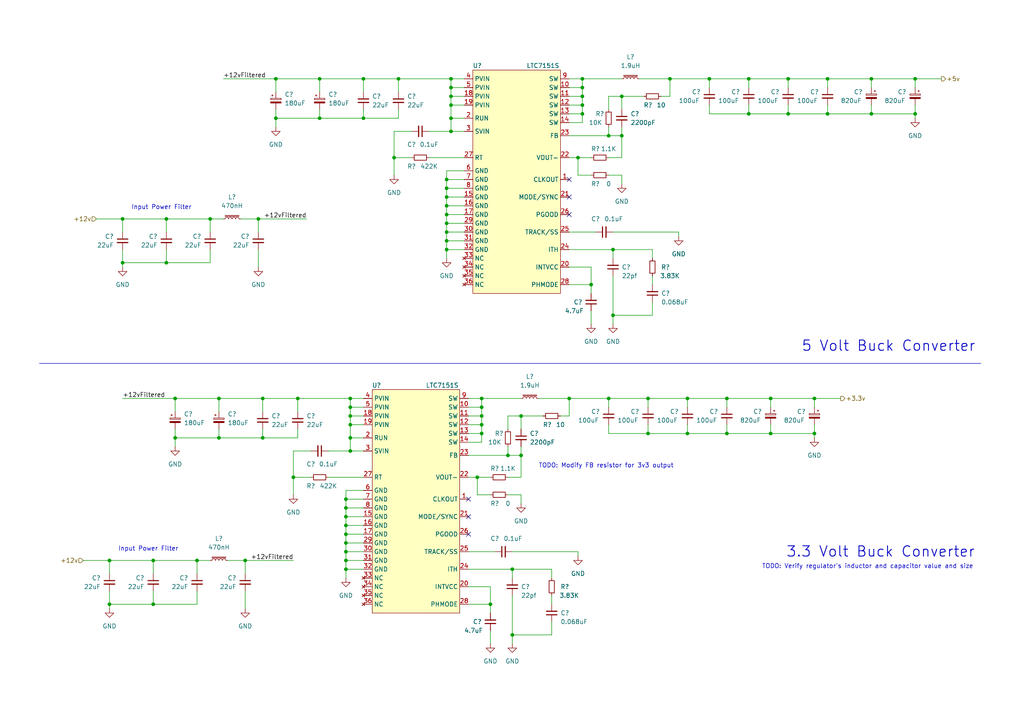
<source format=kicad_sch>
(kicad_sch (version 20211123) (generator eeschema)
  (paper "A4")
  (lib_symbols
    (symbol "Device:C_Polarized_Small" (pin_numbers hide) (pin_names (offset 0.254) hide)
      (property "Reference" "C" (at 0.254 1.778 0))
      (property "Value" "C_Polarized_Small" (at 0.254 -2.032 0))
      (symbol "C_Polarized_Small_0_1"
        (rectangle (start -1.524 -0.3048) (end 1.524 -0.6858) (fill (type outline)))
        (rectangle (start -1.524 0.6858) (end 1.524 0.3048))
        (polyline (pts (xy -1.27 1.524) (xy -0.762 1.524)))
        (polyline (pts (xy -1.016 1.27) (xy -1.016 1.778)))
      )
      (symbol "C_Polarized_Small_1_1"
        (pin passive line (at 0 2.54 270) (length 1.8542) (name "~") (number "1"))
        (pin passive line (at 0 -2.54 90) (length 1.8542) (name "~") (number "2"))
      )
    )
    (symbol "Device:C_Small" (pin_numbers hide) (pin_names (offset 0.254) hide)
      (property "Reference" "C" (at 0.254 1.778 0))
      (property "Value" "C_Small" (at 0.254 -2.032 0))
      (symbol "C_Small_0_1"
        (polyline (pts (xy -1.524 -0.508) (xy 1.524 -0.508)) (stroke (width 0.3302)))
        (polyline (pts (xy -1.524 0.508) (xy 1.524 0.508)) (stroke (width 0.3048)))
      )
      (symbol "C_Small_1_1"
        (pin passive line (at 0 2.54 270) (length 2.032) (name "~") (number "1"))
        (pin passive line (at 0 -2.54 90) (length 2.032) (name "~") (number "2"))
      )
    )
    (symbol "Device:L_Iron_Small" (pin_numbers hide) (pin_names (offset 0.254) hide)
      (property "Reference" "L" (at 1.27 1.016 0))
      (property "Value" "L_Iron_Small" (at 1.27 -1.27 0))
      (symbol "L_Iron_Small_0_1"
        (arc (start 0 -2.032) (mid 0.508 -1.524) (end 0 -1.016))
        (arc (start 0 -1.016) (mid 0.508 -0.508) (end 0 0))
        (polyline (pts (xy 0.762 2.032) (xy 0.762 -2.032)))
        (polyline (pts (xy 1.016 -2.032) (xy 1.016 2.032)))
        (arc (start 0 0) (mid 0.508 0.508) (end 0 1.016))
        (arc (start 0 1.016) (mid 0.508 1.524) (end 0 2.032))
      )
      (symbol "L_Iron_Small_1_1"
        (pin passive line (at 0 2.54 270) (length 0.508) (name "~") (number "1"))
        (pin passive line (at 0 -2.54 90) (length 0.508) (name "~") (number "2"))
      )
    )
    (symbol "Device:R_Small" (pin_numbers hide) (pin_names (offset 0.254) hide)
      (property "Reference" "R" (at 0.762 0.508 0))
      (property "Value" "R_Small" (at 0.762 -1.016 0))
      (symbol "R_Small_0_1"
        (rectangle (start -0.762 1.778) (end 0.762 -1.778) (stroke (width 0.2032)))
      )
      (symbol "R_Small_1_1"
        (pin passive line (at 0 2.54 270) (length 0.762) (name "~") (number "1"))
        (pin passive line (at 0 -2.54 90) (length 0.762) (name "~") (number "2"))
      )
    )
    (symbol "Teapot:LTC7151S"
      (property "Reference" "U" (at -11.43 34.29 0))
      (property "Value" "LTC7151S" (at 7.62 34.29 0))
      (symbol "LTC7151S_0_1"
        (rectangle (start -12.7 33.02) (end 12.7 -31.75) (fill (type background)))
      )
      (symbol "LTC7151S_1_1"
        (pin output line (at 15.24 1.27 180) (length 2.54) (name "CLKOUT") (number "1"))
        (pin power_out line (at 15.24 27.94 180) (length 2.54) (name "SW") (number "10"))
        (pin power_out line (at 15.24 25.4 180) (length 2.54) (name "SW") (number "11"))
        (pin power_out line (at 15.24 22.86 180) (length 2.54) (name "SW") (number "12"))
        (pin power_out line (at 15.24 20.32 180) (length 2.54) (name "SW") (number "13"))
        (pin power_out line (at 15.24 17.78 180) (length 2.54) (name "SW") (number "14"))
        (pin power_in line (at -15.24 -3.81 0) (length 2.54) (name "GND") (number "15"))
        (pin power_in line (at -15.24 -6.35 0) (length 2.54) (name "GND") (number "16"))
        (pin power_in line (at -15.24 -8.89 0) (length 2.54) (name "GND") (number "17"))
        (pin power_in line (at -15.24 25.4 0) (length 2.54) (name "PVIN") (number "18"))
        (pin power_in line (at -15.24 22.86 0) (length 2.54) (name "PVIN") (number "19"))
        (pin input line (at -15.24 19.05 0) (length 2.54) (name "RUN") (number "2"))
        (pin power_out line (at 15.24 -24.13 180) (length 2.54) (name "INTVCC") (number "20"))
        (pin input line (at 15.24 -3.81 180) (length 2.54) (name "MODE/SYNC") (number "21"))
        (pin power_out line (at 15.24 7.62 180) (length 2.54) (name "VOUT-") (number "22"))
        (pin input line (at 15.24 13.97 180) (length 2.54) (name "FB") (number "23"))
        (pin output line (at 15.24 -19.05 180) (length 2.54) (name "ITH") (number "24"))
        (pin output line (at 15.24 -13.97 180) (length 2.54) (name "TRACK/SS") (number "25"))
        (pin output line (at 15.24 -8.89 180) (length 2.54) (name "PGOOD") (number "26"))
        (pin input line (at -15.24 7.62 0) (length 2.54) (name "RT") (number "27"))
        (pin input line (at 15.24 -29.21 180) (length 2.54) (name "PHMODE") (number "28"))
        (pin power_in line (at -15.24 -11.43 0) (length 2.54) (name "GND") (number "29"))
        (pin power_in line (at -15.24 15.24 0) (length 2.54) (name "SVIN") (number "3"))
        (pin power_in line (at -15.24 -13.97 0) (length 2.54) (name "GND") (number "30"))
        (pin power_in line (at -15.24 -16.51 0) (length 2.54) (name "GND") (number "31"))
        (pin power_in line (at -15.24 -19.05 0) (length 2.54) (name "GND") (number "32"))
        (pin no_connect line (at -15.24 -21.59 0) (length 2.54) (name "NC") (number "33"))
        (pin no_connect line (at -15.24 -24.13 0) (length 2.54) (name "NC") (number "34"))
        (pin no_connect line (at -15.24 -26.67 0) (length 2.54) (name "NC") (number "35"))
        (pin no_connect line (at -15.24 -29.21 0) (length 2.54) (name "NC") (number "36"))
        (pin power_in line (at -15.24 30.48 0) (length 2.54) (name "PVIN") (number "4"))
        (pin power_in line (at -15.24 27.94 0) (length 2.54) (name "PVIN") (number "5"))
        (pin power_in line (at -15.24 3.81 0) (length 2.54) (name "GND") (number "6"))
        (pin power_in line (at -15.24 1.27 0) (length 2.54) (name "GND") (number "7"))
        (pin power_in line (at -15.24 -1.27 0) (length 2.54) (name "GND") (number "8"))
        (pin power_out line (at 15.24 30.48 180) (length 2.54) (name "SW") (number "9"))
      )
    )
    (symbol "power:GND" (power) (pin_names (offset 0))
      (property "Value" "GND" (at 0 -3.81 0))
      (symbol "GND_0_1"
        (polyline (pts (xy 0 0) (xy 0 -1.27) (xy 1.27 -1.27) (xy 0 -2.54) (xy -1.27 -1.27) (xy 0 -1.27)))
      )
      (symbol "GND_1_1"
        (pin power_in line (at 0 0 270) (length 0) hide (name "GND") (number "1"))
      )
    )
  )
  (junction (at 148.59 165.1))
  (junction (at 105.41 22.86))
  (junction (at 129.54 57.15))
  (junction (at 142.24 175.26))
  (junction (at 100.33 162.56))
  (junction (at 171.45 82.55))
  (junction (at 76.2 115.57))
  (junction (at 180.34 27.94))
  (junction (at 71.12 162.56))
  (junction (at 210.82 125.73))
  (junction (at 199.39 125.73))
  (junction (at 139.7 125.73))
  (junction (at 101.6 123.19))
  (junction (at 151.13 132.08))
  (junction (at 105.41 34.29))
  (junction (at 168.91 30.48))
  (junction (at 129.54 59.69))
  (junction (at 194.31 22.86))
  (junction (at 129.54 72.39))
  (junction (at 129.54 67.31))
  (junction (at 180.34 39.37))
  (junction (at 100.33 157.48))
  (junction (at 101.6 115.57))
  (junction (at 50.8 127))
  (junction (at 63.5 115.57))
  (junction (at 223.52 115.57))
  (junction (at 138.43 138.43))
  (junction (at 100.33 147.32))
  (junction (at 129.54 62.23))
  (junction (at 50.8 115.57))
  (junction (at 139.7 118.11))
  (junction (at 223.52 125.73))
  (junction (at 199.39 115.57))
  (junction (at 80.01 22.86))
  (junction (at 139.7 123.19))
  (junction (at 44.45 175.26))
  (junction (at 114.3 45.72))
  (junction (at 205.74 22.86))
  (junction (at 228.6 33.02))
  (junction (at 101.6 127))
  (junction (at 48.26 76.2))
  (junction (at 168.91 25.4))
  (junction (at 100.33 165.1))
  (junction (at 31.75 175.26))
  (junction (at 187.96 125.73))
  (junction (at 92.71 34.29))
  (junction (at 100.33 160.02))
  (junction (at 44.45 162.56))
  (junction (at 252.73 33.02))
  (junction (at 57.15 162.56))
  (junction (at 176.53 39.37))
  (junction (at 60.96 63.5))
  (junction (at 139.7 120.65))
  (junction (at 130.81 34.29))
  (junction (at 31.75 162.56))
  (junction (at 115.57 22.86))
  (junction (at 147.32 132.08))
  (junction (at 74.93 63.5))
  (junction (at 177.8 91.44))
  (junction (at 85.09 138.43))
  (junction (at 35.56 76.2))
  (junction (at 100.33 154.94))
  (junction (at 92.71 22.86))
  (junction (at 35.56 63.5))
  (junction (at 217.17 22.86))
  (junction (at 265.43 22.86))
  (junction (at 252.73 22.86))
  (junction (at 187.96 115.57))
  (junction (at 176.53 115.57))
  (junction (at 129.54 64.77))
  (junction (at 100.33 152.4))
  (junction (at 130.81 30.48))
  (junction (at 177.8 72.39))
  (junction (at 100.33 144.78))
  (junction (at 130.81 38.1))
  (junction (at 129.54 54.61))
  (junction (at 168.91 22.86))
  (junction (at 130.81 22.86))
  (junction (at 139.7 115.57))
  (junction (at 100.33 149.86))
  (junction (at 240.03 22.86))
  (junction (at 151.13 120.65))
  (junction (at 168.91 27.94))
  (junction (at 76.2 127))
  (junction (at 148.59 184.15))
  (junction (at 101.6 120.65))
  (junction (at 168.91 33.02))
  (junction (at 130.81 27.94))
  (junction (at 210.82 115.57))
  (junction (at 80.01 34.29))
  (junction (at 265.43 33.02))
  (junction (at 129.54 69.85))
  (junction (at 236.22 115.57))
  (junction (at 236.22 125.73))
  (junction (at 101.6 118.11))
  (junction (at 217.17 33.02))
  (junction (at 240.03 33.02))
  (junction (at 167.64 45.72))
  (junction (at 165.1 115.57))
  (junction (at 86.36 115.57))
  (junction (at 129.54 52.07))
  (junction (at 228.6 22.86))
  (junction (at 48.26 63.5))
  (junction (at 101.6 130.81))
  (junction (at 63.5 127))
  (junction (at 130.81 25.4))
  (no_connect (at 135.89 149.86))
  (no_connect (at 165.1 62.23))
  (no_connect (at 165.1 57.15))
  (no_connect (at 135.89 154.94))
  (no_connect (at 165.1 52.07))
  (no_connect (at 135.89 144.78))
  (wire (pts (xy 71.12 162.56) (xy 85.09 162.56)))
  (wire (pts (xy 135.89 120.65) (xy 139.7 120.65)))
  (wire (pts (xy 130.81 25.4) (xy 134.62 25.4)))
  (wire (pts (xy 35.56 76.2) (xy 48.26 76.2)))
  (wire (pts (xy 199.39 115.57) (xy 199.39 118.11)))
  (wire (pts (xy 167.64 50.8) (xy 167.64 45.72)))
  (wire (pts (xy 240.03 22.86) (xy 240.03 25.4)))
  (wire (pts (xy 168.91 30.48) (xy 168.91 27.94)))
  (wire (pts (xy 129.54 52.07) (xy 134.62 52.07)))
  (wire (pts (xy 135.89 170.18) (xy 142.24 170.18)))
  (wire (pts (xy 35.56 63.5) (xy 48.26 63.5)))
  (wire (pts (xy 105.41 165.1) (xy 100.33 165.1)))
  (wire (pts (xy 100.33 154.94) (xy 105.41 154.94)))
  (wire (pts (xy 69.85 63.5) (xy 74.93 63.5)))
  (wire (pts (xy 100.33 142.24) (xy 105.41 142.24)))
  (wire (pts (xy 44.45 175.26) (xy 57.15 175.26)))
  (wire (pts (xy 139.7 123.19) (xy 139.7 120.65)))
  (wire (pts (xy 236.22 123.19) (xy 236.22 125.73)))
  (wire (pts (xy 135.89 160.02) (xy 143.51 160.02)))
  (wire (pts (xy 228.6 22.86) (xy 240.03 22.86)))
  (wire (pts (xy 101.6 115.57) (xy 105.41 115.57)))
  (wire (pts (xy 176.53 45.72) (xy 180.34 45.72)))
  (wire (pts (xy 130.81 30.48) (xy 130.81 27.94)))
  (wire (pts (xy 199.39 123.19) (xy 199.39 125.73)))
  (wire (pts (xy 57.15 171.45) (xy 57.15 175.26)))
  (wire (pts (xy 48.26 63.5) (xy 48.26 67.31)))
  (wire (pts (xy 100.33 147.32) (xy 105.41 147.32)))
  (wire (pts (xy 60.96 63.5) (xy 60.96 67.31)))
  (wire (pts (xy 199.39 115.57) (xy 210.82 115.57)))
  (wire (pts (xy 167.64 50.8) (xy 171.45 50.8)))
  (wire (pts (xy 205.74 22.86) (xy 217.17 22.86)))
  (wire (pts (xy 180.34 27.94) (xy 186.69 27.94)))
  (wire (pts (xy 180.34 50.8) (xy 180.34 53.34)))
  (wire (pts (xy 114.3 45.72) (xy 114.3 50.8)))
  (wire (pts (xy 138.43 143.51) (xy 138.43 138.43)))
  (wire (pts (xy 165.1 33.02) (xy 168.91 33.02)))
  (wire (pts (xy 165.1 45.72) (xy 167.64 45.72)))
  (wire (pts (xy 138.43 138.43) (xy 142.24 138.43)))
  (wire (pts (xy 147.32 143.51) (xy 151.13 143.51)))
  (wire (pts (xy 160.02 180.34) (xy 160.02 184.15)))
  (wire (pts (xy 205.74 22.86) (xy 205.74 25.4)))
  (wire (pts (xy 147.32 124.46) (xy 147.32 120.65)))
  (wire (pts (xy 24.13 162.56) (xy 31.75 162.56)))
  (wire (pts (xy 223.52 115.57) (xy 236.22 115.57)))
  (wire (pts (xy 100.33 152.4) (xy 100.33 149.86)))
  (wire (pts (xy 180.34 27.94) (xy 180.34 31.75)))
  (wire (pts (xy 129.54 49.53) (xy 134.62 49.53)))
  (wire (pts (xy 165.1 22.86) (xy 168.91 22.86)))
  (wire (pts (xy 165.1 82.55) (xy 171.45 82.55)))
  (wire (pts (xy 130.81 38.1) (xy 134.62 38.1)))
  (wire (pts (xy 60.96 63.5) (xy 64.77 63.5)))
  (wire (pts (xy 101.6 123.19) (xy 105.41 123.19)))
  (wire (pts (xy 162.56 120.65) (xy 165.1 120.65)))
  (wire (pts (xy 228.6 30.48) (xy 228.6 33.02)))
  (wire (pts (xy 139.7 115.57) (xy 151.13 115.57)))
  (wire (pts (xy 129.54 59.69) (xy 129.54 57.15)))
  (wire (pts (xy 165.1 115.57) (xy 176.53 115.57)))
  (wire (pts (xy 176.53 31.75) (xy 176.53 27.94)))
  (wire (pts (xy 57.15 162.56) (xy 60.96 162.56)))
  (wire (pts (xy 76.2 127) (xy 63.5 127)))
  (wire (pts (xy 156.21 115.57) (xy 165.1 115.57)))
  (wire (pts (xy 48.26 72.39) (xy 48.26 76.2)))
  (wire (pts (xy 135.89 138.43) (xy 138.43 138.43)))
  (wire (pts (xy 180.34 36.83) (xy 180.34 39.37)))
  (wire (pts (xy 60.96 72.39) (xy 60.96 76.2)))
  (wire (pts (xy 100.33 165.1) (xy 100.33 167.64)))
  (wire (pts (xy 205.74 33.02) (xy 217.17 33.02)))
  (wire (pts (xy 101.6 120.65) (xy 105.41 120.65)))
  (wire (pts (xy 64.77 22.86) (xy 80.01 22.86)))
  (wire (pts (xy 86.36 127) (xy 76.2 127)))
  (wire (pts (xy 148.59 172.72) (xy 148.59 184.15)))
  (wire (pts (xy 101.6 123.19) (xy 101.6 120.65)))
  (wire (pts (xy 194.31 22.86) (xy 205.74 22.86)))
  (wire (pts (xy 57.15 162.56) (xy 57.15 166.37)))
  (wire (pts (xy 135.89 118.11) (xy 139.7 118.11)))
  (wire (pts (xy 100.33 157.48) (xy 100.33 154.94)))
  (wire (pts (xy 63.5 124.46) (xy 63.5 127)))
  (wire (pts (xy 176.53 27.94) (xy 180.34 27.94)))
  (wire (pts (xy 176.53 50.8) (xy 180.34 50.8)))
  (wire (pts (xy 151.13 120.65) (xy 157.48 120.65)))
  (wire (pts (xy 44.45 162.56) (xy 57.15 162.56)))
  (wire (pts (xy 142.24 182.88) (xy 142.24 186.69)))
  (wire (pts (xy 66.04 162.56) (xy 71.12 162.56)))
  (wire (pts (xy 252.73 22.86) (xy 252.73 25.4)))
  (wire (pts (xy 177.8 72.39) (xy 189.23 72.39)))
  (wire (pts (xy 160.02 172.72) (xy 160.02 175.26)))
  (wire (pts (xy 138.43 143.51) (xy 142.24 143.51)))
  (wire (pts (xy 228.6 33.02) (xy 240.03 33.02)))
  (wire (pts (xy 95.25 130.81) (xy 101.6 130.81)))
  (wire (pts (xy 217.17 22.86) (xy 228.6 22.86)))
  (wire (pts (xy 31.75 175.26) (xy 44.45 175.26)))
  (wire (pts (xy 139.7 125.73) (xy 139.7 123.19)))
  (wire (pts (xy 189.23 72.39) (xy 189.23 74.93)))
  (wire (pts (xy 105.41 31.75) (xy 105.41 34.29)))
  (wire (pts (xy 86.36 115.57) (xy 101.6 115.57)))
  (wire (pts (xy 114.3 38.1) (xy 114.3 45.72)))
  (wire (pts (xy 165.1 39.37) (xy 176.53 39.37)))
  (wire (pts (xy 223.52 115.57) (xy 223.52 118.11)))
  (wire (pts (xy 105.41 127) (xy 101.6 127)))
  (wire (pts (xy 135.89 175.26) (xy 142.24 175.26)))
  (wire (pts (xy 129.54 64.77) (xy 129.54 62.23)))
  (wire (pts (xy 147.32 129.54) (xy 147.32 132.08)))
  (wire (pts (xy 100.33 162.56) (xy 100.33 160.02)))
  (wire (pts (xy 217.17 33.02) (xy 228.6 33.02)))
  (wire (pts (xy 205.74 30.48) (xy 205.74 33.02)))
  (wire (pts (xy 199.39 125.73) (xy 210.82 125.73)))
  (wire (pts (xy 171.45 77.47) (xy 171.45 82.55)))
  (wire (pts (xy 50.8 127) (xy 50.8 129.54)))
  (wire (pts (xy 100.33 160.02) (xy 105.41 160.02)))
  (wire (pts (xy 139.7 120.65) (xy 139.7 118.11)))
  (wire (pts (xy 74.93 63.5) (xy 74.93 67.31)))
  (wire (pts (xy 187.96 115.57) (xy 199.39 115.57)))
  (wire (pts (xy 196.85 67.31) (xy 196.85 68.58)))
  (wire (pts (xy 240.03 22.86) (xy 252.73 22.86)))
  (wire (pts (xy 139.7 118.11) (xy 139.7 115.57)))
  (wire (pts (xy 148.59 165.1) (xy 160.02 165.1)))
  (wire (pts (xy 129.54 72.39) (xy 129.54 69.85)))
  (wire (pts (xy 148.59 184.15) (xy 148.59 186.69)))
  (wire (pts (xy 185.42 22.86) (xy 194.31 22.86)))
  (wire (pts (xy 85.09 130.81) (xy 85.09 138.43)))
  (wire (pts (xy 101.6 130.81) (xy 105.41 130.81)))
  (wire (pts (xy 147.32 132.08) (xy 151.13 132.08)))
  (wire (pts (xy 71.12 171.45) (xy 71.12 176.53)))
  (wire (pts (xy 101.6 118.11) (xy 105.41 118.11)))
  (wire (pts (xy 44.45 171.45) (xy 44.45 175.26)))
  (wire (pts (xy 27.94 63.5) (xy 35.56 63.5)))
  (wire (pts (xy 95.25 138.43) (xy 105.41 138.43)))
  (wire (pts (xy 35.56 115.57) (xy 50.8 115.57)))
  (wire (pts (xy 176.53 125.73) (xy 187.96 125.73)))
  (wire (pts (xy 130.81 34.29) (xy 130.81 30.48)))
  (wire (pts (xy 252.73 33.02) (xy 265.43 33.02)))
  (wire (pts (xy 147.32 138.43) (xy 151.13 138.43)))
  (wire (pts (xy 135.89 165.1) (xy 148.59 165.1)))
  (wire (pts (xy 167.64 160.02) (xy 167.64 161.29)))
  (wire (pts (xy 236.22 115.57) (xy 236.22 118.11)))
  (wire (pts (xy 187.96 125.73) (xy 199.39 125.73)))
  (wire (pts (xy 100.33 149.86) (xy 100.33 147.32)))
  (wire (pts (xy 135.89 123.19) (xy 139.7 123.19)))
  (wire (pts (xy 101.6 127) (xy 101.6 123.19)))
  (wire (pts (xy 165.1 67.31) (xy 172.72 67.31)))
  (wire (pts (xy 176.53 123.19) (xy 176.53 125.73)))
  (wire (pts (xy 171.45 90.17) (xy 171.45 93.98)))
  (wire (pts (xy 135.89 132.08) (xy 147.32 132.08)))
  (wire (pts (xy 85.09 138.43) (xy 90.17 138.43)))
  (wire (pts (xy 101.6 127) (xy 101.6 130.81)))
  (wire (pts (xy 210.82 115.57) (xy 210.82 118.11)))
  (wire (pts (xy 130.81 25.4) (xy 130.81 22.86)))
  (wire (pts (xy 168.91 33.02) (xy 168.91 30.48)))
  (wire (pts (xy 168.91 27.94) (xy 168.91 25.4)))
  (wire (pts (xy 187.96 115.57) (xy 187.96 118.11)))
  (wire (pts (xy 115.57 22.86) (xy 130.81 22.86)))
  (wire (pts (xy 115.57 34.29) (xy 105.41 34.29)))
  (wire (pts (xy 100.33 162.56) (xy 105.41 162.56)))
  (wire (pts (xy 151.13 129.54) (xy 151.13 132.08)))
  (wire (pts (xy 129.54 72.39) (xy 129.54 74.93)))
  (wire (pts (xy 165.1 35.56) (xy 168.91 35.56)))
  (wire (pts (xy 129.54 62.23) (xy 129.54 59.69)))
  (wire (pts (xy 187.96 123.19) (xy 187.96 125.73)))
  (wire (pts (xy 142.24 175.26) (xy 142.24 177.8)))
  (wire (pts (xy 142.24 170.18) (xy 142.24 175.26)))
  (wire (pts (xy 194.31 27.94) (xy 194.31 22.86)))
  (wire (pts (xy 76.2 115.57) (xy 86.36 115.57)))
  (wire (pts (xy 100.33 165.1) (xy 100.33 162.56)))
  (wire (pts (xy 92.71 31.75) (xy 92.71 34.29)))
  (wire (pts (xy 63.5 115.57) (xy 76.2 115.57)))
  (wire (pts (xy 165.1 27.94) (xy 168.91 27.94)))
  (wire (pts (xy 86.36 124.46) (xy 86.36 127)))
  (wire (pts (xy 165.1 72.39) (xy 177.8 72.39)))
  (wire (pts (xy 165.1 30.48) (xy 168.91 30.48)))
  (wire (pts (xy 101.6 118.11) (xy 101.6 115.57)))
  (wire (pts (xy 236.22 115.57) (xy 243.84 115.57)))
  (wire (pts (xy 100.33 160.02) (xy 100.33 157.48)))
  (wire (pts (xy 176.53 36.83) (xy 176.53 39.37)))
  (wire (pts (xy 115.57 31.75) (xy 115.57 34.29)))
  (wire (pts (xy 189.23 80.01) (xy 189.23 82.55)))
  (wire (pts (xy 265.43 22.86) (xy 265.43 25.4)))
  (wire (pts (xy 31.75 162.56) (xy 44.45 162.56)))
  (wire (pts (xy 223.52 125.73) (xy 236.22 125.73)))
  (wire (pts (xy 92.71 22.86) (xy 105.41 22.86)))
  (wire (pts (xy 76.2 115.57) (xy 76.2 119.38)))
  (wire (pts (xy 100.33 149.86) (xy 105.41 149.86)))
  (wire (pts (xy 135.89 115.57) (xy 139.7 115.57)))
  (wire (pts (xy 50.8 115.57) (xy 50.8 119.38)))
  (wire (pts (xy 50.8 124.46) (xy 50.8 127)))
  (wire (pts (xy 165.1 25.4) (xy 168.91 25.4)))
  (wire (pts (xy 119.38 38.1) (xy 114.3 38.1)))
  (wire (pts (xy 76.2 124.46) (xy 76.2 127)))
  (wire (pts (xy 92.71 22.86) (xy 92.71 26.67)))
  (wire (pts (xy 147.32 120.65) (xy 151.13 120.65)))
  (wire (pts (xy 48.26 63.5) (xy 60.96 63.5)))
  (wire (pts (xy 177.8 72.39) (xy 177.8 74.93)))
  (wire (pts (xy 135.89 125.73) (xy 139.7 125.73)))
  (wire (pts (xy 86.36 115.57) (xy 86.36 119.38)))
  (wire (pts (xy 31.75 162.56) (xy 31.75 166.37)))
  (wire (pts (xy 100.33 144.78) (xy 105.41 144.78)))
  (wire (pts (xy 265.43 22.86) (xy 273.05 22.86)))
  (wire (pts (xy 265.43 33.02) (xy 265.43 34.29)))
  (wire (pts (xy 130.81 27.94) (xy 130.81 25.4)))
  (wire (pts (xy 129.54 69.85) (xy 129.54 67.31)))
  (wire (pts (xy 177.8 67.31) (xy 196.85 67.31)))
  (wire (pts (xy 130.81 27.94) (xy 134.62 27.94)))
  (wire (pts (xy 210.82 125.73) (xy 223.52 125.73)))
  (wire (pts (xy 160.02 165.1) (xy 160.02 167.64)))
  (wire (pts (xy 74.93 63.5) (xy 88.9 63.5)))
  (wire (pts (xy 171.45 82.55) (xy 171.45 85.09)))
  (wire (pts (xy 240.03 33.02) (xy 252.73 33.02)))
  (wire (pts (xy 129.54 67.31) (xy 129.54 64.77)))
  (wire (pts (xy 130.81 22.86) (xy 134.62 22.86)))
  (wire (pts (xy 74.93 72.39) (xy 74.93 77.47)))
  (wire (pts (xy 129.54 62.23) (xy 134.62 62.23)))
  (wire (pts (xy 165.1 120.65) (xy 165.1 115.57)))
  (wire (pts (xy 134.62 72.39) (xy 129.54 72.39)))
  (wire (pts (xy 130.81 30.48) (xy 134.62 30.48)))
  (wire (pts (xy 114.3 45.72) (xy 119.38 45.72)))
  (wire (pts (xy 265.43 30.48) (xy 265.43 33.02)))
  (wire (pts (xy 44.45 162.56) (xy 44.45 166.37)))
  (wire (pts (xy 151.13 143.51) (xy 151.13 146.05)))
  (wire (pts (xy 105.41 34.29) (xy 92.71 34.29)))
  (wire (pts (xy 168.91 35.56) (xy 168.91 33.02)))
  (wire (pts (xy 148.59 160.02) (xy 167.64 160.02)))
  (wire (pts (xy 217.17 22.86) (xy 217.17 25.4)))
  (wire (pts (xy 129.54 64.77) (xy 134.62 64.77)))
  (wire (pts (xy 85.09 138.43) (xy 85.09 143.51)))
  (wire (pts (xy 129.54 54.61) (xy 129.54 52.07)))
  (wire (pts (xy 210.82 123.19) (xy 210.82 125.73)))
  (wire (pts (xy 80.01 22.86) (xy 80.01 26.67)))
  (wire (pts (xy 129.54 67.31) (xy 134.62 67.31)))
  (wire (pts (xy 210.82 115.57) (xy 223.52 115.57)))
  (wire (pts (xy 168.91 22.86) (xy 180.34 22.86)))
  (wire (pts (xy 129.54 69.85) (xy 134.62 69.85)))
  (polyline (pts (xy 11.43 105.41) (xy 284.48 105.41)) (stroke (width 0) (type solid)))
  (wire (pts (xy 240.03 30.48) (xy 240.03 33.02)))
  (wire (pts (xy 80.01 34.29) (xy 80.01 36.83)))
  (wire (pts (xy 217.17 30.48) (xy 217.17 33.02)))
  (wire (pts (xy 252.73 30.48) (xy 252.73 33.02)))
  (wire (pts (xy 63.5 127) (xy 50.8 127)))
  (wire (pts (xy 189.23 91.44) (xy 177.8 91.44)))
  (wire (pts (xy 177.8 91.44) (xy 177.8 93.98)))
  (wire (pts (xy 167.64 45.72) (xy 171.45 45.72)))
  (wire (pts (xy 139.7 128.27) (xy 139.7 125.73)))
  (wire (pts (xy 129.54 54.61) (xy 134.62 54.61)))
  (wire (pts (xy 100.33 152.4) (xy 105.41 152.4)))
  (wire (pts (xy 191.77 27.94) (xy 194.31 27.94)))
  (wire (pts (xy 80.01 22.86) (xy 92.71 22.86)))
  (wire (pts (xy 48.26 76.2) (xy 60.96 76.2)))
  (wire (pts (xy 165.1 77.47) (xy 171.45 77.47)))
  (wire (pts (xy 134.62 34.29) (xy 130.81 34.29)))
  (wire (pts (xy 151.13 120.65) (xy 151.13 124.46)))
  (wire (pts (xy 100.33 157.48) (xy 105.41 157.48)))
  (wire (pts (xy 129.54 59.69) (xy 134.62 59.69)))
  (wire (pts (xy 100.33 154.94) (xy 100.33 152.4)))
  (wire (pts (xy 228.6 22.86) (xy 228.6 25.4)))
  (wire (pts (xy 31.75 175.26) (xy 31.75 176.53)))
  (wire (pts (xy 176.53 115.57) (xy 176.53 118.11)))
  (wire (pts (xy 148.59 165.1) (xy 148.59 167.64)))
  (wire (pts (xy 236.22 125.73) (xy 236.22 127)))
  (wire (pts (xy 92.71 34.29) (xy 80.01 34.29)))
  (wire (pts (xy 31.75 171.45) (xy 31.75 175.26)))
  (wire (pts (xy 115.57 22.86) (xy 115.57 26.67)))
  (wire (pts (xy 100.33 144.78) (xy 100.33 142.24)))
  (wire (pts (xy 101.6 120.65) (xy 101.6 118.11)))
  (wire (pts (xy 177.8 80.01) (xy 177.8 91.44)))
  (wire (pts (xy 105.41 22.86) (xy 105.41 26.67)))
  (wire (pts (xy 50.8 115.57) (xy 63.5 115.57)))
  (wire (pts (xy 160.02 184.15) (xy 148.59 184.15)))
  (wire (pts (xy 129.54 57.15) (xy 134.62 57.15)))
  (wire (pts (xy 71.12 162.56) (xy 71.12 166.37)))
  (wire (pts (xy 223.52 123.19) (xy 223.52 125.73)))
  (wire (pts (xy 129.54 52.07) (xy 129.54 49.53)))
  (wire (pts (xy 90.17 130.81) (xy 85.09 130.81)))
  (wire (pts (xy 35.56 63.5) (xy 35.56 67.31)))
  (wire (pts (xy 168.91 25.4) (xy 168.91 22.86)))
  (wire (pts (xy 35.56 76.2) (xy 35.56 77.47)))
  (wire (pts (xy 105.41 22.86) (xy 115.57 22.86)))
  (wire (pts (xy 100.33 147.32) (xy 100.33 144.78)))
  (wire (pts (xy 63.5 115.57) (xy 63.5 119.38)))
  (wire (pts (xy 176.53 39.37) (xy 180.34 39.37)))
  (wire (pts (xy 176.53 115.57) (xy 187.96 115.57)))
  (wire (pts (xy 151.13 132.08) (xy 151.13 138.43)))
  (wire (pts (xy 35.56 72.39) (xy 35.56 76.2)))
  (wire (pts (xy 189.23 87.63) (xy 189.23 91.44)))
  (wire (pts (xy 129.54 57.15) (xy 129.54 54.61)))
  (wire (pts (xy 135.89 128.27) (xy 139.7 128.27)))
  (wire (pts (xy 124.46 45.72) (xy 134.62 45.72)))
  (wire (pts (xy 80.01 31.75) (xy 80.01 34.29)))
  (wire (pts (xy 252.73 22.86) (xy 265.43 22.86)))
  (wire (pts (xy 124.46 38.1) (xy 130.81 38.1)))
  (wire (pts (xy 180.34 39.37) (xy 180.34 45.72)))
  (wire (pts (xy 130.81 34.29) (xy 130.81 38.1)))
  (text "TODO: Modify FB resistor for 3v3 output" (at 156.21 135.89 0) (effects (font (size 1.27 1.27)) (justify left bottom)))
  (text "TODO: Verify regulator's inductor and capacitor value and size" (at 220.98 165.1 0) (effects (font (size 1.27 1.27)) (justify left bottom)))
  (text "Input Power Filter" (at 38.1 60.96 0) (effects (font (size 1.27 1.27)) (justify left bottom)))
  (text "5 Volt Buck Converter" (at 232.41 102.235 0) (effects (font (size 3 3) (thickness 0.254) bold) (justify left bottom)))
  (text "Input Power Filter" (at 34.29 160.02 0) (effects (font (size 1.27 1.27)) (justify left bottom)))
  (text "3.3 Volt Buck Converter" (at 227.965 161.925 0) (effects (font (size 3 3) (thickness 0.254) bold) (justify left bottom)))
  (label "+12vFiltered" (at 64.77 22.86 0))
  (label "+12vFiltered" (at 88.9 63.5 180))
  (label "+12vFiltered" (at 35.56 115.57 0))
  (label "+12vFiltered" (at 85.09 162.56 180))
  (hierarchical_label "+3.3v" (shape output) (at 243.84 115.57 0))
  (hierarchical_label "+5v" (shape output) (at 273.05 22.86 0))
  (hierarchical_label "+12v" (shape input) (at 24.13 162.56 180))
  (hierarchical_label "+12v" (shape input) (at 27.94 63.5 180))
  (symbol (lib_id "Device:C_Polarized_Small") (at 265.43 27.94 0) (mirror y) (unit 1)
    (property "Reference" "C?" (at 260.35 26.67 0) (effects (justify right)))
    (property "Value" "820uF" (at 256.54 29.21 0) (effects (justify right)))
  )
  (symbol (lib_id "power:GND") (at 35.56 77.47 0) (unit 1)
    (property "Reference" "#PWR?" (effects hide))
    (property "Value" "GND" (at 35.56 82.55 0))
  )
  (symbol (lib_id "Device:C_Small") (at 60.96 69.85 0) (mirror y) (unit 1)
    (property "Reference" "C?" (at 58.42 68.5862 0) (effects (justify left)))
    (property "Value" "22uF" (at 58.42 71.1262 0) (effects (justify left)))
  )
  (symbol (lib_id "Device:R_Small") (at 144.78 143.51 270) (mirror x) (unit 1)
    (property "Reference" "R?" (at 143.51 146.05 90))
    (property "Value" "0" (at 147.32 146.05 90))
  )
  (symbol (lib_id "Device:C_Small") (at 205.74 27.94 0) (mirror y) (unit 1)
    (property "Reference" "C?" (at 200.66 26.67 0) (effects (justify right)))
    (property "Value" "100uF" (at 196.85 29.21 0) (effects (justify right)))
  )
  (symbol (lib_id "Device:C_Small") (at 71.12 168.91 0) (mirror y) (unit 1)
    (property "Reference" "C?" (at 68.58 167.6462 0) (effects (justify left)))
    (property "Value" "22uF" (at 68.58 170.1862 0) (effects (justify left)))
  )
  (symbol (lib_id "Device:C_Small") (at 148.59 170.18 180) (unit 1)
    (property "Reference" "C?" (at 151.13 170.18 0) (effects (justify right)))
    (property "Value" "22pf" (at 151.13 172.72 0) (effects (justify right)))
  )
  (symbol (lib_id "Device:C_Small") (at 121.92 38.1 270) (mirror x) (unit 1)
    (property "Reference" "C?" (at 119.38 41.91 90))
    (property "Value" "0.1uF" (at 124.46 41.91 90))
  )
  (symbol (lib_id "Device:C_Small") (at 57.15 168.91 0) (mirror y) (unit 1)
    (property "Reference" "C?" (at 54.61 167.6462 0) (effects (justify left)))
    (property "Value" "22uF" (at 54.61 170.1862 0) (effects (justify left)))
  )
  (symbol (lib_id "Device:C_Small") (at 199.39 120.65 0) (mirror y) (unit 1)
    (property "Reference" "C?" (at 194.31 119.38 0) (effects (justify right)))
    (property "Value" "100uF" (at 190.5 121.92 0) (effects (justify right)))
  )
  (symbol (lib_id "Device:R_Small") (at 92.71 138.43 90) (unit 1)
    (property "Reference" "R?" (at 90.17 140.97 90))
    (property "Value" "422K" (at 95.25 140.97 90))
  )
  (symbol (lib_id "Device:R_Small") (at 189.23 77.47 0) (mirror y) (unit 1)
    (property "Reference" "R?" (at 193.04 77.47 0))
    (property "Value" "3.83K" (at 194.31 80.01 0))
  )
  (symbol (lib_id "power:GND") (at 151.13 146.05 0) (unit 1)
    (property "Reference" "#PWR?" (effects hide))
    (property "Value" "GND" (at 151.13 151.13 0))
  )
  (symbol (lib_id "power:GND") (at 31.75 176.53 0) (unit 1)
    (property "Reference" "#PWR?" (effects hide))
    (property "Value" "GND" (at 31.75 181.61 0))
  )
  (symbol (lib_id "Device:R_Small") (at 160.02 170.18 0) (mirror y) (unit 1)
    (property "Reference" "R?" (at 163.83 170.18 0))
    (property "Value" "3.83K" (at 165.1 172.72 0))
  )
  (symbol (lib_id "Device:C_Small") (at 151.13 127 0) (unit 1)
    (property "Reference" "C?" (at 153.67 125.7362 0) (effects (justify left)))
    (property "Value" "2200pF" (at 153.67 128.2762 0) (effects (justify left)))
  )
  (symbol (lib_id "Device:C_Small") (at 86.36 121.92 0) (unit 1)
    (property "Reference" "C?" (at 88.9 120.6562 0) (effects (justify left)))
    (property "Value" "22uF" (at 88.9 123.1962 0) (effects (justify left)))
  )
  (symbol (lib_id "Device:C_Small") (at 210.82 120.65 0) (mirror y) (unit 1)
    (property "Reference" "C?" (at 205.74 119.38 0) (effects (justify right)))
    (property "Value" "100uF" (at 201.93 121.92 0) (effects (justify right)))
  )
  (symbol (lib_id "power:GND") (at 148.59 186.69 0) (unit 1)
    (property "Reference" "#PWR?" (effects hide))
    (property "Value" "GND" (at 148.59 191.77 0))
  )
  (symbol (lib_id "Device:C_Small") (at 160.02 177.8 180) (unit 1)
    (property "Reference" "C?" (at 162.56 177.8 0) (effects (justify right)))
    (property "Value" "0.068uF" (at 162.56 180.34 0) (effects (justify right)))
  )
  (symbol (lib_id "Device:R_Small") (at 121.92 45.72 90) (unit 1)
    (property "Reference" "R?" (at 119.38 48.26 90))
    (property "Value" "422K" (at 124.46 48.26 90))
  )
  (symbol (lib_id "power:GND") (at 114.3 50.8 0) (unit 1)
    (property "Reference" "#PWR?" (effects hide))
    (property "Value" "GND" (at 114.3 55.88 0))
  )
  (symbol (lib_id "Device:C_Small") (at 48.26 69.85 0) (mirror y) (unit 1)
    (property "Reference" "C?" (at 45.72 68.5862 0) (effects (justify left)))
    (property "Value" "22uF" (at 45.72 71.1262 0) (effects (justify left)))
  )
  (symbol (lib_id "Device:R_Small") (at 147.32 127 0) (mirror x) (unit 1)
    (property "Reference" "R?" (at 144.78 125.73 0))
    (property "Value" "10K" (at 143.51 128.27 0))
  )
  (symbol (lib_id "Device:C_Polarized_Small") (at 92.71 29.21 0) (unit 1)
    (property "Reference" "C?" (at 95.25 27.3938 0) (effects (justify left)))
    (property "Value" "180uF" (at 95.25 29.9338 0) (effects (justify left)))
  )
  (symbol (lib_id "Device:C_Small") (at 74.93 69.85 0) (mirror y) (unit 1)
    (property "Reference" "C?" (at 72.39 68.5862 0) (effects (justify left)))
    (property "Value" "22uF" (at 72.39 71.1262 0) (effects (justify left)))
  )
  (symbol (lib_id "Device:C_Polarized_Small") (at 50.8 121.92 0) (unit 1)
    (property "Reference" "C?" (at 53.34 120.1038 0) (effects (justify left)))
    (property "Value" "180uF" (at 53.34 122.6438 0) (effects (justify left)))
  )
  (symbol (lib_id "Device:C_Small") (at 217.17 27.94 0) (mirror y) (unit 1)
    (property "Reference" "C?" (at 212.09 26.67 0) (effects (justify right)))
    (property "Value" "100uF" (at 208.28 29.21 0) (effects (justify right)))
  )
  (symbol (lib_id "Device:C_Small") (at 35.56 69.85 0) (mirror y) (unit 1)
    (property "Reference" "C?" (at 33.02 68.5862 0) (effects (justify left)))
    (property "Value" "22uF" (at 33.02 71.1262 0) (effects (justify left)))
  )
  (symbol (lib_id "power:GND") (at 167.64 161.29 0) (unit 1)
    (property "Reference" "#PWR?" (effects hide))
    (property "Value" "GND" (at 167.64 166.37 0))
  )
  (symbol (lib_id "power:GND") (at 85.09 143.51 0) (unit 1)
    (property "Reference" "#PWR?" (effects hide))
    (property "Value" "GND" (at 85.09 148.59 0))
  )
  (symbol (lib_id "Device:C_Small") (at 177.8 77.47 180) (unit 1)
    (property "Reference" "C?" (at 180.34 77.47 0) (effects (justify right)))
    (property "Value" "22pf" (at 180.34 80.01 0) (effects (justify right)))
  )
  (symbol (lib_id "Device:C_Polarized_Small") (at 236.22 120.65 0) (mirror y) (unit 1)
    (property "Reference" "C?" (at 231.14 119.38 0) (effects (justify right)))
    (property "Value" "820uF" (at 227.33 121.92 0) (effects (justify right)))
  )
  (symbol (lib_id "Device:R_Small") (at 144.78 138.43 270) (unit 1)
    (property "Reference" "R?" (at 143.51 135.89 90))
    (property "Value" "1.1K" (at 147.32 135.89 90))
  )
  (symbol (lib_id "Device:R_Small") (at 189.23 27.94 270) (mirror x) (unit 1)
    (property "Reference" "R?" (at 187.96 30.48 90))
    (property "Value" "10" (at 191.77 30.48 90))
  )
  (symbol (lib_id "Device:C_Small") (at 105.41 29.21 0) (unit 1)
    (property "Reference" "C?" (at 107.95 27.9462 0) (effects (justify left)))
    (property "Value" "22uF" (at 107.95 30.4862 0) (effects (justify left)))
  )
  (symbol (lib_id "Device:C_Small") (at 44.45 168.91 0) (mirror y) (unit 1)
    (property "Reference" "C?" (at 41.91 167.6462 0) (effects (justify left)))
    (property "Value" "22uF" (at 41.91 170.1862 0) (effects (justify left)))
  )
  (symbol (lib_id "power:GND") (at 142.24 186.69 0) (unit 1)
    (property "Reference" "#PWR?" (effects hide))
    (property "Value" "GND" (at 142.24 191.77 0))
  )
  (symbol (lib_id "Device:L_Iron_Small") (at 67.31 63.5 270) (mirror x) (unit 1)
    (property "Reference" "L?" (at 67.31 57.15 90))
    (property "Value" "470nH" (at 67.31 59.69 90))
  )
  (symbol (lib_id "Device:C_Small") (at 180.34 34.29 0) (unit 1)
    (property "Reference" "C?" (at 182.88 33.0262 0) (effects (justify left)))
    (property "Value" "2200pF" (at 182.88 35.5662 0) (effects (justify left)))
  )
  (symbol (lib_id "Device:C_Small") (at 31.75 168.91 0) (mirror y) (unit 1)
    (property "Reference" "C?" (at 29.21 167.6462 0) (effects (justify left)))
    (property "Value" "22uF" (at 29.21 170.1862 0) (effects (justify left)))
  )
  (symbol (lib_id "Device:C_Small") (at 187.96 120.65 0) (mirror y) (unit 1)
    (property "Reference" "C?" (at 182.88 119.38 0) (effects (justify right)))
    (property "Value" "100uF" (at 179.07 121.92 0) (effects (justify right)))
  )
  (symbol (lib_id "power:GND") (at 236.22 127 0) (unit 1)
    (property "Reference" "#PWR?" (effects hide))
    (property "Value" "GND" (at 236.22 132.08 0))
  )
  (symbol (lib_id "power:GND") (at 50.8 129.54 0) (unit 1)
    (property "Reference" "#PWR?" (effects hide))
    (property "Value" "GND" (at 50.8 134.62 0))
  )
  (symbol (lib_id "Device:C_Polarized_Small") (at 80.01 29.21 0) (unit 1)
    (property "Reference" "C?" (at 82.55 27.3938 0) (effects (justify left)))
    (property "Value" "180uF" (at 82.55 29.9338 0) (effects (justify left)))
  )
  (symbol (lib_id "Device:C_Small") (at 115.57 29.21 0) (unit 1)
    (property "Reference" "C?" (at 118.11 27.9462 0) (effects (justify left)))
    (property "Value" "22uF" (at 118.11 30.4862 0) (effects (justify left)))
  )
  (symbol (lib_id "Device:C_Small") (at 92.71 130.81 270) (mirror x) (unit 1)
    (property "Reference" "C?" (at 90.17 134.62 90))
    (property "Value" "0.1uF" (at 95.25 134.62 90))
  )
  (symbol (lib_id "Device:C_Small") (at 176.53 120.65 0) (mirror y) (unit 1)
    (property "Reference" "C?" (at 171.45 119.38 0) (effects (justify right)))
    (property "Value" "100uF" (at 167.64 121.92 0) (effects (justify right)))
  )
  (symbol (lib_id "Device:C_Small") (at 175.26 67.31 90) (unit 1)
    (property "Reference" "C?" (at 171.45 63.5 90) (effects (justify right)))
    (property "Value" "0.1uF" (at 175.26 63.5 90) (effects (justify right)))
  )
  (symbol (lib_id "power:GND") (at 71.12 176.53 0) (unit 1)
    (property "Reference" "#PWR?" (effects hide))
    (property "Value" "GND" (at 71.12 181.61 0))
  )
  (symbol (lib_id "power:GND") (at 80.01 36.83 0) (unit 1)
    (property "Reference" "#PWR?" (effects hide))
    (property "Value" "GND" (at 80.01 41.91 0))
  )
  (symbol (lib_id "Device:R_Small") (at 173.99 50.8 270) (mirror x) (unit 1)
    (property "Reference" "R?" (at 172.72 53.34 90))
    (property "Value" "0" (at 176.53 53.34 90))
  )
  (symbol (lib_id "Device:L_Iron_Small") (at 63.5 162.56 270) (mirror x) (unit 1)
    (property "Reference" "L?" (at 63.5 156.21 90))
    (property "Value" "470nH" (at 63.5 158.75 90))
  )
  (symbol (lib_id "Device:C_Small") (at 146.05 160.02 90) (unit 1)
    (property "Reference" "C?" (at 142.24 156.21 90) (effects (justify right)))
    (property "Value" "0.1uF" (at 146.05 156.21 90) (effects (justify right)))
  )
  (symbol (lib_id "Device:C_Small") (at 142.24 180.34 180) (unit 1)
    (property "Reference" "C?" (at 137.16 180.34 0) (effects (justify right)))
    (property "Value" "4.7uF" (at 134.62 182.88 0) (effects (justify right)))
  )
  (symbol (lib_id "Device:C_Small") (at 76.2 121.92 0) (unit 1)
    (property "Reference" "C?" (at 78.74 120.6562 0) (effects (justify left)))
    (property "Value" "22uF" (at 78.74 123.1962 0) (effects (justify left)))
  )
  (symbol (lib_id "power:GND") (at 177.8 93.98 0) (unit 1)
    (property "Reference" "#PWR?" (effects hide))
    (property "Value" "GND" (at 177.8 99.06 0))
  )
  (symbol (lib_id "Device:R_Small") (at 160.02 120.65 270) (mirror x) (unit 1)
    (property "Reference" "R?" (at 158.75 123.19 90))
    (property "Value" "10" (at 162.56 123.19 90))
  )
  (symbol (lib_id "power:GND") (at 74.93 77.47 0) (unit 1)
    (property "Reference" "#PWR?" (effects hide))
    (property "Value" "GND" (at 74.93 82.55 0))
  )
  (symbol (lib_id "Device:C_Polarized_Small") (at 63.5 121.92 0) (unit 1)
    (property "Reference" "C?" (at 66.04 120.1038 0) (effects (justify left)))
    (property "Value" "180uF" (at 66.04 122.6438 0) (effects (justify left)))
  )
  (symbol (lib_id "Device:C_Small") (at 189.23 85.09 180) (unit 1)
    (property "Reference" "C?" (at 191.77 85.09 0) (effects (justify right)))
    (property "Value" "0.068uF" (at 191.77 87.63 0) (effects (justify right)))
  )
  (symbol (lib_id "power:GND") (at 265.43 34.29 0) (unit 1)
    (property "Reference" "#PWR?" (effects hide))
    (property "Value" "GND" (at 265.43 39.37 0))
  )
  (symbol (lib_id "Device:L_Iron_Small") (at 153.67 115.57 270) (mirror x) (unit 1)
    (property "Reference" "L?" (at 153.67 109.22 90))
    (property "Value" "1.9uH" (at 153.67 111.76 90))
  )
  (symbol (lib_id "power:GND") (at 129.54 74.93 0) (unit 1)
    (property "Reference" "#PWR?" (effects hide))
    (property "Value" "GND" (at 129.54 80.01 0))
  )
  (symbol (lib_id "Teapot:LTC7151S") (at 120.65 146.05 0) (unit 1)
    (property "Reference" "U?" (at 109.22 111.76 0))
    (property "Value" "LTC7151S" (at 128.27 111.76 0))
    (property "Footprint" "Teapot:VQFN-28-1EP_4x5mm_P0.5mm_EP2.55x3.55mm_ThermalVias" (effects hide))
    (property "Datasheet" "https://www.analog.com/media/en/technical-documentation/data-sheets/LTC7151S.pdf" (effects hide))
  )
  (symbol (lib_id "Device:L_Iron_Small") (at 182.88 22.86 270) (mirror x) (unit 1)
    (property "Reference" "L?" (at 182.88 16.51 90))
    (property "Value" "1.9uH" (at 182.88 19.05 90))
  )
  (symbol (lib_id "Device:C_Small") (at 228.6 27.94 0) (mirror y) (unit 1)
    (property "Reference" "C?" (at 223.52 26.67 0) (effects (justify right)))
    (property "Value" "100uF" (at 219.71 29.21 0) (effects (justify right)))
  )
  (symbol (lib_id "power:GND") (at 180.34 53.34 0) (unit 1)
    (property "Reference" "#PWR?" (effects hide))
    (property "Value" "GND" (at 180.34 58.42 0))
  )
  (symbol (lib_id "Teapot:LTC7151S") (at 149.86 53.34 0) (unit 1)
    (property "Reference" "U?" (at 138.43 19.05 0))
    (property "Value" "LTC7151S" (at 157.48 19.05 0))
    (property "Footprint" "Teapot:VQFN-28-1EP_4x5mm_P0.5mm_EP2.55x3.55mm_ThermalVias" (effects hide))
    (property "Datasheet" "https://www.analog.com/media/en/technical-documentation/data-sheets/LTC7151S.pdf" (effects hide))
  )
  (symbol (lib_id "power:GND") (at 171.45 93.98 0) (unit 1)
    (property "Reference" "#PWR?" (effects hide))
    (property "Value" "GND" (at 171.45 99.06 0))
  )
  (symbol (lib_id "Device:C_Polarized_Small") (at 223.52 120.65 0) (mirror y) (unit 1)
    (property "Reference" "C?" (at 218.44 119.38 0) (effects (justify right)))
    (property "Value" "820uF" (at 214.63 121.92 0) (effects (justify right)))
  )
  (symbol (lib_id "Device:C_Polarized_Small") (at 252.73 27.94 0) (mirror y) (unit 1)
    (property "Reference" "C?" (at 247.65 26.67 0) (effects (justify right)))
    (property "Value" "820uF" (at 243.84 29.21 0) (effects (justify right)))
  )
  (symbol (lib_id "Device:R_Small") (at 176.53 34.29 0) (mirror x) (unit 1)
    (property "Reference" "R?" (at 173.99 33.02 0))
    (property "Value" "10K" (at 172.72 35.56 0))
  )
  (symbol (lib_id "power:GND") (at 196.85 68.58 0) (unit 1)
    (property "Reference" "#PWR?" (effects hide))
    (property "Value" "GND" (at 196.85 73.66 0))
  )
  (symbol (lib_id "Device:C_Small") (at 171.45 87.63 180) (unit 1)
    (property "Reference" "C?" (at 166.37 87.63 0) (effects (justify right)))
    (property "Value" "4.7uF" (at 163.83 90.17 0) (effects (justify right)))
  )
  (symbol (lib_id "power:GND") (at 100.33 167.64 0) (unit 1)
    (property "Reference" "#PWR?" (effects hide))
    (property "Value" "GND" (at 100.33 172.72 0))
  )
  (symbol (lib_id "Device:R_Small") (at 173.99 45.72 270) (unit 1)
    (property "Reference" "R?" (at 172.72 43.18 90))
    (property "Value" "1.1K" (at 176.53 43.18 90))
  )
  (symbol (lib_id "Device:C_Small") (at 240.03 27.94 0) (mirror y) (unit 1)
    (property "Reference" "C?" (at 234.95 26.67 0) (effects (justify right)))
    (property "Value" "100uF" (at 231.14 29.21 0) (effects (justify right)))
  )
)
</source>
